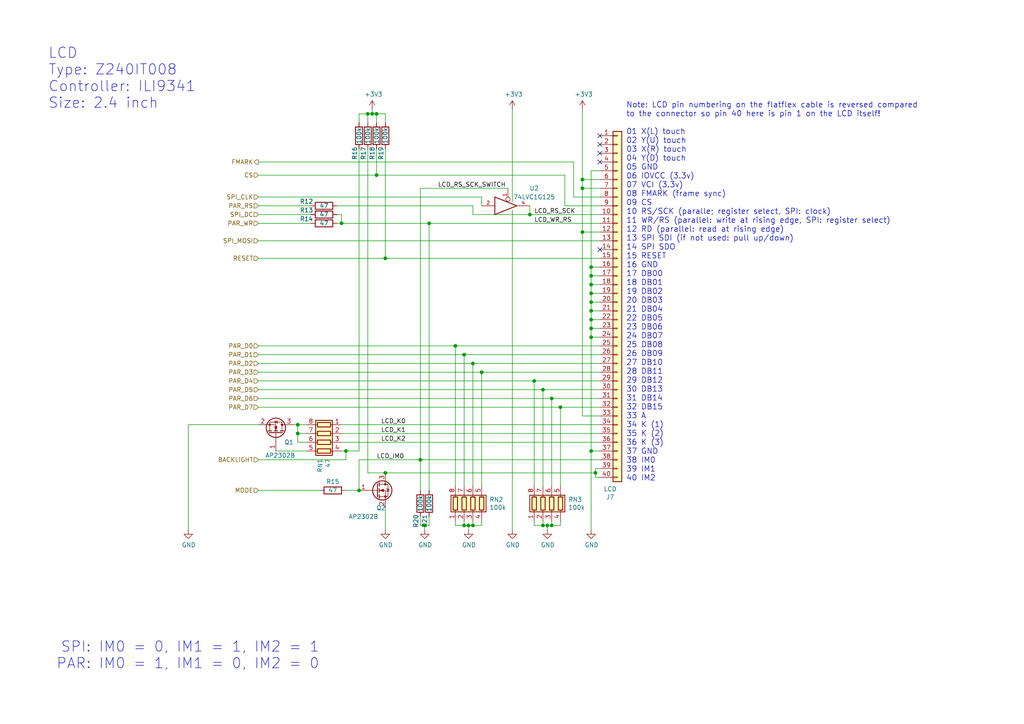
<source format=kicad_sch>
(kicad_sch (version 20211123) (generator eeschema)
  (paper "A4")
  (title_block (title "MCH2022 badge - LCD") (date "2022-03-11") (rev "4") (company "BADGE.TEAM"))
  (lib_symbols
    (symbol "mch2021-rescue:+3.3V-power" (power) (pin_names (offset 0))
      (property "Value" "+3.3V-power" (at 0 3.556 0))
      (symbol "+3.3V-power_0_1"
        (polyline (pts (xy -0.762 1.27) (xy 0 2.54)))
        (polyline (pts (xy 0 0) (xy 0 2.54)))
        (polyline (pts (xy 0 2.54) (xy 0.762 1.27)))
      )
      (symbol "+3.3V-power_1_1"
        (pin power_in line (at 0 0 90) (length 0) hide (name "+3V3") (number "1"))
      )
    )
    (symbol "mch2021-rescue:74LVC1G125-74xGxx" (pin_names (offset 1.016))
      (property "Reference" "U" (at -2.54 3.81 0))
      (property "Value" "74LVC1G125-74xGxx" (at 0 -3.81 0))
      (symbol "74LVC1G125-74xGxx_0_1"
        (polyline (pts (xy -3.81 2.54) (xy -3.81 -2.54) (xy 2.54 0) (xy -3.81 2.54)) (stroke (width 0.254)))
      )
      (symbol "74LVC1G125-74xGxx_1_1"
        (pin input inverted (at 0 5.08 270) (length 3.81) (name "~") (number "1"))
        (pin input line (at -7.62 0 0) (length 3.81) (name "~") (number "2"))
        (pin power_in line (at 1.27 -1.27 270) (length 0) hide (name "GND") (number "3"))
        (pin tri_state line (at 6.35 0 180) (length 3.81) (name "~") (number "4"))
        (pin power_in line (at 1.27 1.27 90) (length 0) hide (name "VCC") (number "5"))
      )
    )
    (symbol "mch2021-rescue:Conn_01x40-Connector_Generic" (pin_names (offset 1.016) hide)
      (property "Reference" "J" (at 0 50.8 0))
      (property "Value" "Conn_01x40-Connector_Generic" (at 0 -53.34 0))
      (symbol "Conn_01x40-Connector_Generic_1_1"
        (rectangle (start -1.27 -50.673) (end 0 -50.927) (stroke (width 0.1524)))
        (rectangle (start -1.27 -48.133) (end 0 -48.387) (stroke (width 0.1524)))
        (rectangle (start -1.27 -45.593) (end 0 -45.847) (stroke (width 0.1524)))
        (rectangle (start -1.27 -43.053) (end 0 -43.307) (stroke (width 0.1524)))
        (rectangle (start -1.27 -40.513) (end 0 -40.767) (stroke (width 0.1524)))
        (rectangle (start -1.27 -37.973) (end 0 -38.227) (stroke (width 0.1524)))
        (rectangle (start -1.27 -35.433) (end 0 -35.687) (stroke (width 0.1524)))
        (rectangle (start -1.27 -32.893) (end 0 -33.147) (stroke (width 0.1524)))
        (rectangle (start -1.27 -30.353) (end 0 -30.607) (stroke (width 0.1524)))
        (rectangle (start -1.27 -27.813) (end 0 -28.067) (stroke (width 0.1524)))
        (rectangle (start -1.27 -25.273) (end 0 -25.527) (stroke (width 0.1524)))
        (rectangle (start -1.27 -22.733) (end 0 -22.987) (stroke (width 0.1524)))
        (rectangle (start -1.27 -20.193) (end 0 -20.447) (stroke (width 0.1524)))
        (rectangle (start -1.27 -17.653) (end 0 -17.907) (stroke (width 0.1524)))
        (rectangle (start -1.27 -15.113) (end 0 -15.367) (stroke (width 0.1524)))
        (rectangle (start -1.27 -12.573) (end 0 -12.827) (stroke (width 0.1524)))
        (rectangle (start -1.27 -10.033) (end 0 -10.287) (stroke (width 0.1524)))
        (rectangle (start -1.27 -7.493) (end 0 -7.747) (stroke (width 0.1524)))
        (rectangle (start -1.27 -4.953) (end 0 -5.207) (stroke (width 0.1524)))
        (rectangle (start -1.27 -2.413) (end 0 -2.667) (stroke (width 0.1524)))
        (rectangle (start -1.27 0.127) (end 0 -0.127) (stroke (width 0.1524)))
        (rectangle (start -1.27 2.667) (end 0 2.413) (stroke (width 0.1524)))
        (rectangle (start -1.27 5.207) (end 0 4.953) (stroke (width 0.1524)))
        (rectangle (start -1.27 7.747) (end 0 7.493) (stroke (width 0.1524)))
        (rectangle (start -1.27 10.287) (end 0 10.033) (stroke (width 0.1524)))
        (rectangle (start -1.27 12.827) (end 0 12.573) (stroke (width 0.1524)))
        (rectangle (start -1.27 15.367) (end 0 15.113) (stroke (width 0.1524)))
        (rectangle (start -1.27 17.907) (end 0 17.653) (stroke (width 0.1524)))
        (rectangle (start -1.27 20.447) (end 0 20.193) (stroke (width 0.1524)))
        (rectangle (start -1.27 22.987) (end 0 22.733) (stroke (width 0.1524)))
        (rectangle (start -1.27 25.527) (end 0 25.273) (stroke (width 0.1524)))
        (rectangle (start -1.27 28.067) (end 0 27.813) (stroke (width 0.1524)))
        (rectangle (start -1.27 30.607) (end 0 30.353) (stroke (width 0.1524)))
        (rectangle (start -1.27 33.147) (end 0 32.893) (stroke (width 0.1524)))
        (rectangle (start -1.27 35.687) (end 0 35.433) (stroke (width 0.1524)))
        (rectangle (start -1.27 38.227) (end 0 37.973) (stroke (width 0.1524)))
        (rectangle (start -1.27 40.767) (end 0 40.513) (stroke (width 0.1524)))
        (rectangle (start -1.27 43.307) (end 0 43.053) (stroke (width 0.1524)))
        (rectangle (start -1.27 45.847) (end 0 45.593) (stroke (width 0.1524)))
        (rectangle (start -1.27 48.387) (end 0 48.133) (stroke (width 0.1524)))
        (rectangle (start -1.27 49.53) (end 1.27 -52.07) (stroke (width 0.254)) (fill (type background)))
        (pin passive line (at -5.08 48.26 0) (length 3.81) (name "Pin_1") (number "1"))
        (pin passive line (at -5.08 25.4 0) (length 3.81) (name "Pin_10") (number "10"))
        (pin passive line (at -5.08 22.86 0) (length 3.81) (name "Pin_11") (number "11"))
        (pin passive line (at -5.08 20.32 0) (length 3.81) (name "Pin_12") (number "12"))
        (pin passive line (at -5.08 17.78 0) (length 3.81) (name "Pin_13") (number "13"))
        (pin passive line (at -5.08 15.24 0) (length 3.81) (name "Pin_14") (number "14"))
        (pin passive line (at -5.08 12.7 0) (length 3.81) (name "Pin_15") (number "15"))
        (pin passive line (at -5.08 10.16 0) (length 3.81) (name "Pin_16") (number "16"))
        (pin passive line (at -5.08 7.62 0) (length 3.81) (name "Pin_17") (number "17"))
        (pin passive line (at -5.08 5.08 0) (length 3.81) (name "Pin_18") (number "18"))
        (pin passive line (at -5.08 2.54 0) (length 3.81) (name "Pin_19") (number "19"))
        (pin passive line (at -5.08 45.72 0) (length 3.81) (name "Pin_2") (number "2"))
        (pin passive line (at -5.08 0 0) (length 3.81) (name "Pin_20") (number "20"))
        (pin passive line (at -5.08 -2.54 0) (length 3.81) (name "Pin_21") (number "21"))
        (pin passive line (at -5.08 -5.08 0) (length 3.81) (name "Pin_22") (number "22"))
        (pin passive line (at -5.08 -7.62 0) (length 3.81) (name "Pin_23") (number "23"))
        (pin passive line (at -5.08 -10.16 0) (length 3.81) (name "Pin_24") (number "24"))
        (pin passive line (at -5.08 -12.7 0) (length 3.81) (name "Pin_25") (number "25"))
        (pin passive line (at -5.08 -15.24 0) (length 3.81) (name "Pin_26") (number "26"))
        (pin passive line (at -5.08 -17.78 0) (length 3.81) (name "Pin_27") (number "27"))
        (pin passive line (at -5.08 -20.32 0) (length 3.81) (name "Pin_28") (number "28"))
        (pin passive line (at -5.08 -22.86 0) (length 3.81) (name "Pin_29") (number "29"))
        (pin passive line (at -5.08 43.18 0) (length 3.81) (name "Pin_3") (number "3"))
        (pin passive line (at -5.08 -25.4 0) (length 3.81) (name "Pin_30") (number "30"))
        (pin passive line (at -5.08 -27.94 0) (length 3.81) (name "Pin_31") (number "31"))
        (pin passive line (at -5.08 -30.48 0) (length 3.81) (name "Pin_32") (number "32"))
        (pin passive line (at -5.08 -33.02 0) (length 3.81) (name "Pin_33") (number "33"))
        (pin passive line (at -5.08 -35.56 0) (length 3.81) (name "Pin_34") (number "34"))
        (pin passive line (at -5.08 -38.1 0) (length 3.81) (name "Pin_35") (number "35"))
        (pin passive line (at -5.08 -40.64 0) (length 3.81) (name "Pin_36") (number "36"))
        (pin passive line (at -5.08 -43.18 0) (length 3.81) (name "Pin_37") (number "37"))
        (pin passive line (at -5.08 -45.72 0) (length 3.81) (name "Pin_38") (number "38"))
        (pin passive line (at -5.08 -48.26 0) (length 3.81) (name "Pin_39") (number "39"))
        (pin passive line (at -5.08 40.64 0) (length 3.81) (name "Pin_4") (number "4"))
        (pin passive line (at -5.08 -50.8 0) (length 3.81) (name "Pin_40") (number "40"))
        (pin passive line (at -5.08 38.1 0) (length 3.81) (name "Pin_5") (number "5"))
        (pin passive line (at -5.08 35.56 0) (length 3.81) (name "Pin_6") (number "6"))
        (pin passive line (at -5.08 33.02 0) (length 3.81) (name "Pin_7") (number "7"))
        (pin passive line (at -5.08 30.48 0) (length 3.81) (name "Pin_8") (number "8"))
        (pin passive line (at -5.08 27.94 0) (length 3.81) (name "Pin_9") (number "9"))
      )
    )
    (symbol "mch2021-rescue:GND-power" (power) (pin_names (offset 0))
      (property "Value" "GND-power" (at 0 -3.81 0))
      (symbol "GND-power_0_1"
        (polyline (pts (xy 0 0) (xy 0 -1.27) (xy 1.27 -1.27) (xy 0 -2.54) (xy -1.27 -1.27) (xy 0 -1.27)))
      )
      (symbol "GND-power_1_1"
        (pin power_in line (at 0 0 270) (length 0) hide (name "GND") (number "1"))
      )
    )
    (symbol "mch2021-rescue:Q_NMOS_GSD-Device" (pin_names (offset 0) hide)
      (property "Reference" "Q" (at 5.08 1.27 0))
      (property "Value" "Q_NMOS_GSD-Device" (at 5.08 -1.27 0))
      (symbol "Q_NMOS_GSD-Device_0_1"
        (polyline (pts (xy 0.254 0) (xy -2.54 0)))
        (polyline (pts (xy 0.254 1.905) (xy 0.254 -1.905)) (stroke (width 0.254)))
        (polyline (pts (xy 0.762 -1.27) (xy 0.762 -2.286)) (stroke (width 0.254)))
        (polyline (pts (xy 0.762 0.508) (xy 0.762 -0.508)) (stroke (width 0.254)))
        (polyline (pts (xy 0.762 2.286) (xy 0.762 1.27)) (stroke (width 0.254)))
        (polyline (pts (xy 2.54 2.54) (xy 2.54 1.778)))
        (polyline (pts (xy 2.54 -2.54) (xy 2.54 0) (xy 0.762 0)))
        (polyline (pts (xy 0.762 -1.778) (xy 3.302 -1.778) (xy 3.302 1.778) (xy 0.762 1.778)))
        (polyline (pts (xy 1.016 0) (xy 2.032 0.381) (xy 2.032 -0.381) (xy 1.016 0)) (fill (type outline)))
        (polyline (pts (xy 2.794 0.508) (xy 2.921 0.381) (xy 3.683 0.381) (xy 3.81 0.254)))
        (polyline (pts (xy 3.302 0.381) (xy 2.921 -0.254) (xy 3.683 -0.254) (xy 3.302 0.381)))
        (circle (center 1.651 0) (radius 2.794) (stroke (width 0.254)))
        (circle (center 2.54 -1.778) (radius 0.254) (fill (type outline)))
        (circle (center 2.54 1.778) (radius 0.254) (fill (type outline)))
      )
      (symbol "Q_NMOS_GSD-Device_1_1"
        (pin input line (at -5.08 0 0) (length 2.54) (name "G") (number "1"))
        (pin passive line (at 2.54 -5.08 90) (length 2.54) (name "S") (number "2"))
        (pin passive line (at 2.54 5.08 270) (length 2.54) (name "D") (number "3"))
      )
    )
    (symbol "mch2021-rescue:R-Device" (pin_numbers hide) (pin_names (offset 0))
      (property "Reference" "R" (at 2.032 0 90))
      (property "Value" "R-Device" (at 0 0 90))
      (symbol "R-Device_0_1"
        (rectangle (start -1.016 -2.54) (end 1.016 2.54) (stroke (width 0.254)))
      )
      (symbol "R-Device_1_1"
        (pin passive line (at 0 3.81 270) (length 1.27) (name "~") (number "1"))
        (pin passive line (at 0 -3.81 90) (length 1.27) (name "~") (number "2"))
      )
    )
    (symbol "mch2021-rescue:R_Pack04-Device" (pin_names (offset 0) hide)
      (property "Reference" "RN" (at -7.62 0 90))
      (property "Value" "R_Pack04-Device" (at 5.08 0 90))
      (symbol "R_Pack04-Device_0_1"
        (rectangle (start -6.35 -2.413) (end 3.81 2.413) (stroke (width 0.254)) (fill (type background)))
        (rectangle (start -5.715 1.905) (end -4.445 -1.905) (stroke (width 0.254)))
        (rectangle (start -3.175 1.905) (end -1.905 -1.905) (stroke (width 0.254)))
        (rectangle (start -0.635 1.905) (end 0.635 -1.905) (stroke (width 0.254)))
        (polyline (pts (xy -5.08 -2.54) (xy -5.08 -1.905)))
        (polyline (pts (xy -5.08 1.905) (xy -5.08 2.54)))
        (polyline (pts (xy -2.54 -2.54) (xy -2.54 -1.905)))
        (polyline (pts (xy -2.54 1.905) (xy -2.54 2.54)))
        (polyline (pts (xy 0 -2.54) (xy 0 -1.905)))
        (polyline (pts (xy 0 1.905) (xy 0 2.54)))
        (polyline (pts (xy 2.54 -2.54) (xy 2.54 -1.905)))
        (polyline (pts (xy 2.54 1.905) (xy 2.54 2.54)))
        (rectangle (start 1.905 1.905) (end 3.175 -1.905) (stroke (width 0.254)))
      )
      (symbol "R_Pack04-Device_1_1"
        (pin passive line (at -5.08 -5.08 90) (length 2.54) (name "R1.1") (number "1"))
        (pin passive line (at -2.54 -5.08 90) (length 2.54) (name "R2.1") (number "2"))
        (pin passive line (at 0 -5.08 90) (length 2.54) (name "R3.1") (number "3"))
        (pin passive line (at 2.54 -5.08 90) (length 2.54) (name "R4.1") (number "4"))
        (pin passive line (at 2.54 5.08 270) (length 2.54) (name "R4.2") (number "5"))
        (pin passive line (at 0 5.08 270) (length 2.54) (name "R3.2") (number "6"))
        (pin passive line (at -2.54 5.08 270) (length 2.54) (name "R2.2") (number "7"))
        (pin passive line (at -5.08 5.08 270) (length 2.54) (name "R1.2") (number "8"))
      )
    )
  )
  (junction (at 137.16 152.4))
  (junction (at 106.68 33.02))
  (junction (at 171.45 80.01))
  (junction (at 171.45 90.17))
  (junction (at 157.48 113.03))
  (junction (at 160.02 115.57))
  (junction (at 171.45 82.55))
  (junction (at 124.46 64.77))
  (junction (at 134.62 102.87))
  (junction (at 109.22 33.02))
  (junction (at 172.72 137.16))
  (junction (at 153.67 62.23))
  (junction (at 162.56 118.11))
  (junction (at 154.94 110.49))
  (junction (at 171.45 85.09))
  (junction (at 171.45 77.47))
  (junction (at 100.33 130.81))
  (junction (at 99.06 64.77))
  (junction (at 132.08 100.33))
  (junction (at 111.76 137.16))
  (junction (at 86.36 123.19))
  (junction (at 158.75 152.4))
  (junction (at 107.95 33.02))
  (junction (at 139.7 107.95))
  (junction (at 135.89 152.4))
  (junction (at 137.16 105.41))
  (junction (at 171.45 97.79))
  (junction (at 171.45 130.81))
  (junction (at 109.22 50.8))
  (junction (at 134.62 152.4))
  (junction (at 168.91 67.31))
  (junction (at 86.36 125.73))
  (junction (at 171.45 87.63))
  (junction (at 121.92 133.35))
  (junction (at 168.91 54.61))
  (junction (at 123.19 152.4))
  (junction (at 171.45 92.71))
  (junction (at 171.45 95.25))
  (junction (at 160.02 152.4))
  (junction (at 157.48 152.4))
  (junction (at 104.14 142.24))
  (junction (at 168.91 52.07))
  (junction (at 111.76 74.93))
  (no_connect (at 173.99 44.45))
  (no_connect (at 173.99 72.39))
  (no_connect (at 173.99 46.99))
  (no_connect (at 173.99 39.37))
  (no_connect (at 173.99 41.91))
  (wire (pts (xy 168.91 31.75) (xy 168.91 52.07)))
  (wire (pts (xy 99.06 123.19) (xy 173.99 123.19)))
  (wire (pts (xy 173.99 82.55) (xy 171.45 82.55)))
  (wire (pts (xy 154.94 110.49) (xy 173.99 110.49)))
  (wire (pts (xy 86.36 125.73) (xy 88.9 125.73)))
  (wire (pts (xy 86.36 128.27) (xy 88.9 128.27)))
  (wire (pts (xy 74.93 102.87) (xy 134.62 102.87)))
  (wire (pts (xy 163.83 50.8) (xy 163.83 59.69)))
  (wire (pts (xy 134.62 140.97) (xy 134.62 102.87)))
  (wire (pts (xy 107.95 33.02) (xy 107.95 31.75)))
  (wire (pts (xy 121.92 149.86) (xy 121.92 152.4)))
  (wire (pts (xy 74.93 107.95) (xy 139.7 107.95)))
  (wire (pts (xy 173.99 95.25) (xy 171.45 95.25)))
  (wire (pts (xy 166.37 46.99) (xy 166.37 57.15)))
  (wire (pts (xy 104.14 133.35) (xy 104.14 142.24)))
  (wire (pts (xy 74.93 115.57) (xy 160.02 115.57)))
  (wire (pts (xy 173.99 92.71) (xy 171.45 92.71)))
  (wire (pts (xy 74.93 57.15) (xy 139.7 57.15)))
  (wire (pts (xy 121.92 133.35) (xy 121.92 142.24)))
  (wire (pts (xy 173.99 120.65) (xy 168.91 120.65)))
  (wire (pts (xy 111.76 147.32) (xy 111.76 153.67)))
  (wire (pts (xy 54.61 123.19) (xy 54.61 153.67)))
  (wire (pts (xy 157.48 152.4) (xy 157.48 151.13)))
  (wire (pts (xy 74.93 50.8) (xy 109.22 50.8)))
  (wire (pts (xy 106.68 33.02) (xy 104.14 33.02)))
  (wire (pts (xy 171.45 85.09) (xy 171.45 82.55)))
  (wire (pts (xy 173.99 77.47) (xy 171.45 77.47)))
  (wire (pts (xy 74.93 46.99) (xy 166.37 46.99)))
  (wire (pts (xy 173.99 100.33) (xy 132.08 100.33)))
  (wire (pts (xy 154.94 140.97) (xy 154.94 110.49)))
  (wire (pts (xy 137.16 152.4) (xy 135.89 152.4)))
  (wire (pts (xy 74.93 142.24) (xy 92.71 142.24)))
  (wire (pts (xy 168.91 54.61) (xy 168.91 67.31)))
  (wire (pts (xy 173.99 90.17) (xy 171.45 90.17)))
  (wire (pts (xy 132.08 152.4) (xy 132.08 151.13)))
  (wire (pts (xy 160.02 115.57) (xy 173.99 115.57)))
  (wire (pts (xy 99.06 64.77) (xy 124.46 64.77)))
  (wire (pts (xy 106.68 33.02) (xy 106.68 35.56)))
  (wire (pts (xy 85.09 123.19) (xy 86.36 123.19)))
  (wire (pts (xy 74.93 113.03) (xy 157.48 113.03)))
  (wire (pts (xy 135.89 152.4) (xy 134.62 152.4)))
  (wire (pts (xy 173.99 80.01) (xy 171.45 80.01)))
  (wire (pts (xy 157.48 152.4) (xy 154.94 152.4)))
  (wire (pts (xy 111.76 137.16) (xy 172.72 137.16)))
  (wire (pts (xy 171.45 87.63) (xy 171.45 85.09)))
  (wire (pts (xy 121.92 152.4) (xy 123.19 152.4)))
  (wire (pts (xy 157.48 113.03) (xy 157.48 140.97)))
  (wire (pts (xy 106.68 137.16) (xy 111.76 137.16)))
  (wire (pts (xy 135.89 152.4) (xy 135.89 153.67)))
  (wire (pts (xy 86.36 125.73) (xy 86.36 128.27)))
  (wire (pts (xy 173.99 97.79) (xy 171.45 97.79)))
  (wire (pts (xy 162.56 118.11) (xy 162.56 140.97)))
  (wire (pts (xy 132.08 100.33) (xy 132.08 140.97)))
  (wire (pts (xy 111.76 74.93) (xy 173.99 74.93)))
  (wire (pts (xy 97.79 62.23) (xy 99.06 62.23)))
  (wire (pts (xy 173.99 85.09) (xy 171.45 85.09)))
  (wire (pts (xy 121.92 54.61) (xy 147.32 54.61)))
  (wire (pts (xy 173.99 130.81) (xy 171.45 130.81)))
  (wire (pts (xy 137.16 62.23) (xy 153.67 62.23)))
  (wire (pts (xy 123.19 152.4) (xy 124.46 152.4)))
  (wire (pts (xy 134.62 152.4) (xy 132.08 152.4)))
  (wire (pts (xy 137.16 59.69) (xy 137.16 62.23)))
  (wire (pts (xy 173.99 113.03) (xy 157.48 113.03)))
  (wire (pts (xy 99.06 125.73) (xy 173.99 125.73)))
  (wire (pts (xy 111.76 33.02) (xy 111.76 35.56)))
  (wire (pts (xy 111.76 33.02) (xy 109.22 33.02)))
  (wire (pts (xy 106.68 33.02) (xy 107.95 33.02)))
  (wire (pts (xy 99.06 62.23) (xy 99.06 64.77)))
  (wire (pts (xy 171.45 97.79) (xy 171.45 130.81)))
  (wire (pts (xy 173.99 135.89) (xy 172.72 135.89)))
  (wire (pts (xy 80.01 130.81) (xy 88.9 130.81)))
  (wire (pts (xy 171.45 49.53) (xy 173.99 49.53)))
  (wire (pts (xy 139.7 151.13) (xy 139.7 152.4)))
  (wire (pts (xy 173.99 54.61) (xy 168.91 54.61)))
  (wire (pts (xy 109.22 33.02) (xy 107.95 33.02)))
  (wire (pts (xy 100.33 133.35) (xy 74.93 133.35)))
  (wire (pts (xy 139.7 59.69) (xy 139.7 57.15)))
  (wire (pts (xy 137.16 105.41) (xy 173.99 105.41)))
  (wire (pts (xy 168.91 54.61) (xy 168.91 52.07)))
  (wire (pts (xy 171.45 95.25) (xy 171.45 92.71)))
  (wire (pts (xy 111.76 43.18) (xy 111.76 74.93)))
  (wire (pts (xy 148.59 31.75) (xy 148.59 58.42)))
  (wire (pts (xy 171.45 90.17) (xy 171.45 87.63)))
  (wire (pts (xy 171.45 82.55) (xy 171.45 80.01)))
  (wire (pts (xy 134.62 102.87) (xy 173.99 102.87)))
  (wire (pts (xy 86.36 123.19) (xy 88.9 123.19)))
  (wire (pts (xy 104.14 33.02) (xy 104.14 35.56)))
  (wire (pts (xy 171.45 130.81) (xy 171.45 153.67)))
  (wire (pts (xy 173.99 87.63) (xy 171.45 87.63)))
  (wire (pts (xy 158.75 152.4) (xy 158.75 153.67)))
  (wire (pts (xy 100.33 130.81) (xy 99.06 130.81)))
  (wire (pts (xy 74.93 123.19) (xy 54.61 123.19)))
  (wire (pts (xy 171.45 80.01) (xy 171.45 77.47)))
  (wire (pts (xy 171.45 97.79) (xy 171.45 95.25)))
  (wire (pts (xy 139.7 152.4) (xy 137.16 152.4)))
  (wire (pts (xy 97.79 59.69) (xy 137.16 59.69)))
  (wire (pts (xy 99.06 128.27) (xy 173.99 128.27)))
  (wire (pts (xy 171.45 77.47) (xy 171.45 49.53)))
  (wire (pts (xy 158.75 152.4) (xy 157.48 152.4)))
  (wire (pts (xy 172.72 135.89) (xy 172.72 137.16)))
  (wire (pts (xy 74.93 59.69) (xy 90.17 59.69)))
  (wire (pts (xy 74.93 110.49) (xy 154.94 110.49)))
  (wire (pts (xy 123.19 153.67) (xy 123.19 152.4)))
  (wire (pts (xy 162.56 151.13) (xy 162.56 152.4)))
  (wire (pts (xy 137.16 151.13) (xy 137.16 152.4)))
  (wire (pts (xy 139.7 107.95) (xy 139.7 140.97)))
  (wire (pts (xy 153.67 62.23) (xy 173.99 62.23)))
  (wire (pts (xy 74.93 105.41) (xy 137.16 105.41)))
  (wire (pts (xy 74.93 62.23) (xy 90.17 62.23)))
  (wire (pts (xy 172.72 137.16) (xy 172.72 138.43)))
  (wire (pts (xy 121.92 133.35) (xy 173.99 133.35)))
  (wire (pts (xy 104.14 43.18) (xy 104.14 130.81)))
  (wire (pts (xy 106.68 43.18) (xy 106.68 137.16)))
  (wire (pts (xy 163.83 59.69) (xy 173.99 59.69)))
  (wire (pts (xy 153.67 59.69) (xy 153.67 62.23)))
  (wire (pts (xy 172.72 138.43) (xy 173.99 138.43)))
  (wire (pts (xy 160.02 140.97) (xy 160.02 115.57)))
  (wire (pts (xy 74.93 74.93) (xy 111.76 74.93)))
  (wire (pts (xy 168.91 52.07) (xy 173.99 52.07)))
  (wire (pts (xy 97.79 64.77) (xy 99.06 64.77)))
  (wire (pts (xy 124.46 64.77) (xy 173.99 64.77)))
  (wire (pts (xy 74.93 100.33) (xy 132.08 100.33)))
  (wire (pts (xy 74.93 69.85) (xy 173.99 69.85)))
  (wire (pts (xy 168.91 120.65) (xy 168.91 67.31)))
  (wire (pts (xy 74.93 118.11) (xy 162.56 118.11)))
  (wire (pts (xy 124.46 64.77) (xy 124.46 142.24)))
  (wire (pts (xy 171.45 92.71) (xy 171.45 90.17)))
  (wire (pts (xy 168.91 67.31) (xy 173.99 67.31)))
  (wire (pts (xy 104.14 142.24) (xy 100.33 142.24)))
  (wire (pts (xy 137.16 140.97) (xy 137.16 105.41)))
  (wire (pts (xy 160.02 152.4) (xy 158.75 152.4)))
  (wire (pts (xy 162.56 152.4) (xy 160.02 152.4)))
  (wire (pts (xy 86.36 123.19) (xy 86.36 125.73)))
  (wire (pts (xy 124.46 149.86) (xy 124.46 152.4)))
  (wire (pts (xy 154.94 152.4) (xy 154.94 151.13)))
  (wire (pts (xy 134.62 152.4) (xy 134.62 151.13)))
  (wire (pts (xy 104.14 130.81) (xy 100.33 130.81)))
  (wire (pts (xy 104.14 133.35) (xy 121.92 133.35)))
  (wire (pts (xy 109.22 43.18) (xy 109.22 50.8)))
  (wire (pts (xy 160.02 151.13) (xy 160.02 152.4)))
  (wire (pts (xy 109.22 33.02) (xy 109.22 35.56)))
  (wire (pts (xy 166.37 57.15) (xy 173.99 57.15)))
  (wire (pts (xy 121.92 133.35) (xy 121.92 54.61)))
  (wire (pts (xy 109.22 50.8) (xy 163.83 50.8)))
  (wire (pts (xy 173.99 107.95) (xy 139.7 107.95)))
  (wire (pts (xy 148.59 60.96) (xy 148.59 153.67)))
  (wire (pts (xy 74.93 64.77) (xy 90.17 64.77)))
  (wire (pts (xy 100.33 130.81) (xy 100.33 133.35)))
  (wire (pts (xy 162.56 118.11) (xy 173.99 118.11)))
  (text "SPI: IM0 = 0, IM1 = 1, IM2 = 1\nPAR: IM0 = 1, IM1 = 0, IM2 = 0" (at 92.71 194.31 0) (effects (font (size 2.9972 2.9972)) (justify right bottom)))
  (text "Note: LCD pin numbering on the flatflex cable is reversed compared\nto the connector so pin 40 here is pin 1 on the LCD itself!\n\n01 X(L) touch\n02 Y(U) touch\n03 X(R) touch\n04 Y(D) touch\n05 GND\n06 IOVCC (3.3v)\n07 VCI (3.3v)\n08 FMARK (frame sync)\n09 CS\n10 RS/SCK (paralle; register select, SPI: clock)\n11 WR/RS (parallel: write at rising edge, SPI: register select)\n12 RD (parallel: read at rising edge)\n13 SPI SDI (if not used: pull up/down)\n14 SPI SDO\n15 RESET\n16 GND\n17 DB00\n18 DB01\n19 DB02\n20 DB03\n21 DB04\n22 DB05\n23 DB06\n24 DB07\n25 DB08\n26 DB09\n27 DB10\n28 DB11\n29 DB12\n30 DB13\n31 DB14\n32 DB15\n33 A\n34 K (1)\n35 K (2)\n36 K (3)\n37 GND\n38 IM0\n39 IM1\n40 IM2" (at 181.61 139.7 0) (effects (font (size 1.6002 1.6002)) (justify left bottom)))
  (text "LCD\nType: Z240IT008\nController: ILI9341\nSize: 2.4 inch" (at 13.97 31.75 0) (effects (font (size 2.9972 2.9972)) (justify left bottom)))
  (label "LCD_RS_SCK" (at 154.94 62.23 0))
  (label "LCD_IM0" (at 109.22 133.35 0))
  (label "LCD_K2" (at 110.49 128.27 0))
  (label "LCD_K0" (at 110.49 123.19 0))
  (label "LCD_RS_SCK_SWITCH" (at 127 54.61 0))
  (label "LCD_WR_RS" (at 154.94 64.77 0))
  (label "LCD_K1" (at 110.49 125.73 0))
  (hierarchical_label "PAR_RS" (shape input) (at 74.93 59.69 180))
  (hierarchical_label "MODE" (shape input) (at 74.93 142.24 180))
  (hierarchical_label "PAR_D5" (shape input) (at 74.93 113.03 180))
  (hierarchical_label "SPI_DC" (shape input) (at 74.93 62.23 180))
  (hierarchical_label "CS" (shape input) (at 74.93 50.8 180))
  (hierarchical_label "PAR_D1" (shape input) (at 74.93 102.87 180))
  (hierarchical_label "PAR_D2" (shape input) (at 74.93 105.41 180))
  (hierarchical_label "SPI_CLK" (shape input) (at 74.93 57.15 180))
  (hierarchical_label "RESET" (shape input) (at 74.93 74.93 180))
  (hierarchical_label "FMARK" (shape output) (at 74.93 46.99 180))
  (hierarchical_label "PAR_D0" (shape input) (at 74.93 100.33 180))
  (hierarchical_label "PAR_D4" (shape input) (at 74.93 110.49 180))
  (hierarchical_label "PAR_D3" (shape input) (at 74.93 107.95 180))
  (hierarchical_label "PAR_D7" (shape input) (at 74.93 118.11 180))
  (hierarchical_label "PAR_D6" (shape input) (at 74.93 115.57 180))
  (hierarchical_label "PAR_WR" (shape input) (at 74.93 64.77 180))
  (hierarchical_label "SPI_MOSI" (shape input) (at 74.93 69.85 180))
  (hierarchical_label "BACKLIGHT" (shape input) (at 74.93 133.35 180))
  (symbol (lib_id "mch2021-rescue:R-Device") (at 111.76 39.37 0) (unit 1)
    (property "Reference" "R19" (at 110.49 44.45 90))
    (property "Value" "100k" (at 111.76 39.37 90))
    (property "Footprint" "Resistor_SMD:R_0402_1005Metric" (effects hide))
    (property "Datasheet" "https://datasheet.lcsc.com/lcsc/2110260030_UNI-ROYAL-Uniroyal-Elec-0402WGF1003TCE_C25741.pdf" (effects hide))
    (property "LCSC" "C25741" (effects hide))
    (property "Mouser" "-" (effects hide))
    (property "Sponsored" "N" (effects hide))
    (property "MANUFACTURER" "FH" (effects hide))
    (property "MPN" "0402WGF1003TCE" (effects hide))
    (property "Category" "Resistors" (effects hide))
    (property "Buy early" "Y" (effects hide))
    (property "Description" "Generic part" (effects hide))
    (property "Manufacturer" "Uni-royal" (effects hide))
  )
  (symbol (lib_id "mch2021-rescue:R-Device") (at 109.22 39.37 0) (unit 1)
    (property "Reference" "R18" (at 107.95 44.45 90))
    (property "Value" "100k" (at 109.22 39.37 90))
    (property "Footprint" "Resistor_SMD:R_0402_1005Metric" (effects hide))
    (property "Datasheet" "https://datasheet.lcsc.com/lcsc/2110260030_UNI-ROYAL-Uniroyal-Elec-0402WGF1003TCE_C25741.pdf" (effects hide))
    (property "LCSC" "C25741" (effects hide))
    (property "Mouser" "-" (effects hide))
    (property "Sponsored" "N" (effects hide))
    (property "MANUFACTURER" "FH" (effects hide))
    (property "MPN" "0402WGF1003TCE" (effects hide))
    (property "Category" "Resistors" (effects hide))
    (property "Buy early" "Y" (effects hide))
    (property "Description" "Generic part" (effects hide))
    (property "Manufacturer" "Uni-royal" (effects hide))
  )
  (symbol (lib_id "mch2021-rescue:R-Device") (at 106.68 39.37 0) (unit 1)
    (property "Reference" "R17" (at 105.41 44.45 90))
    (property "Value" "100k" (at 106.68 39.37 90))
    (property "Footprint" "Resistor_SMD:R_0402_1005Metric" (effects hide))
    (property "Datasheet" "https://datasheet.lcsc.com/lcsc/2110260030_UNI-ROYAL-Uniroyal-Elec-0402WGF1003TCE_C25741.pdf" (effects hide))
    (property "LCSC" "C25741" (effects hide))
    (property "Mouser" "-" (effects hide))
    (property "Sponsored" "N" (effects hide))
    (property "MANUFACTURER" "FH" (effects hide))
    (property "MPN" "0402WGF1003TCE" (effects hide))
    (property "Category" "Resistors" (effects hide))
    (property "Buy early" "Y" (effects hide))
    (property "Description" "Generic part" (effects hide))
    (property "Manufacturer" "Uni-royal" (effects hide))
  )
  (symbol (lib_id "mch2021-rescue:R-Device") (at 104.14 39.37 0) (unit 1)
    (property "Reference" "R16" (at 102.87 44.45 90))
    (property "Value" "100k" (at 104.14 39.37 90))
    (property "Footprint" "Resistor_SMD:R_0402_1005Metric" (effects hide))
    (property "Datasheet" "https://datasheet.lcsc.com/lcsc/2110260030_UNI-ROYAL-Uniroyal-Elec-0402WGF1003TCE_C25741.pdf" (effects hide))
    (property "LCSC" "C25741" (effects hide))
    (property "Mouser" "-" (effects hide))
    (property "Sponsored" "N" (effects hide))
    (property "MANUFACTURER" "FH" (effects hide))
    (property "MPN" "0402WGF1003TCE" (effects hide))
    (property "Category" "Resistors" (effects hide))
    (property "Buy early" "Y" (effects hide))
    (property "Description" "Generic part" (effects hide))
    (property "Manufacturer" "Uni-royal" (effects hide))
  )
  (symbol (lib_id "mch2021-rescue:R-Device") (at 93.98 59.69 270) (unit 1)
    (property "Reference" "R12" (at 88.9 58.42 90))
    (property "Value" "47" (at 93.98 59.69 90))
    (property "Footprint" "Resistor_SMD:R_0402_1005Metric" (effects hide))
    (property "Datasheet" "https://datasheet.lcsc.com/lcsc/2110252230_UNI-ROYAL-Uniroyal-Elec-0402WGF470JTCE_C25118.pdf" (effects hide))
    (property "LCSC" "C25118" (effects hide))
    (property "Mouser" "-" (effects hide))
    (property "Sponsored" "N" (effects hide))
    (property "MANUFACTURER" "UNI-ROYAL" (effects hide))
    (property "MPN" "0402WGF470JTCE" (effects hide))
    (property "Category" "Resistors" (effects hide))
    (property "Buy early" "Y" (effects hide))
    (property "Description" "Generic part" (effects hide))
    (property "Manufacturer" "Uni-royal" (effects hide))
  )
  (symbol (lib_id "mch2021-rescue:R-Device") (at 93.98 62.23 270) (unit 1)
    (property "Reference" "R13" (at 88.9 60.96 90))
    (property "Value" "47" (at 93.98 62.23 90))
    (property "Footprint" "Resistor_SMD:R_0402_1005Metric" (effects hide))
    (property "Datasheet" "https://datasheet.lcsc.com/lcsc/2110252230_UNI-ROYAL-Uniroyal-Elec-0402WGF470JTCE_C25118.pdf" (effects hide))
    (property "LCSC" "C25118" (effects hide))
    (property "Mouser" "-" (effects hide))
    (property "Sponsored" "N" (effects hide))
    (property "MANUFACTURER" "UNI-ROYAL" (effects hide))
    (property "MPN" "0402WGF470JTCE" (effects hide))
    (property "Category" "Resistors" (effects hide))
    (property "Buy early" "Y" (effects hide))
    (property "Description" "Generic part" (effects hide))
    (property "Manufacturer" "Uni-royal" (effects hide))
  )
  (symbol (lib_id "mch2021-rescue:R-Device") (at 93.98 64.77 270) (unit 1)
    (property "Reference" "R14" (at 88.9 63.5 90))
    (property "Value" "47" (at 93.98 64.77 90))
    (property "Footprint" "Resistor_SMD:R_0402_1005Metric" (effects hide))
    (property "Datasheet" "https://datasheet.lcsc.com/lcsc/2110252230_UNI-ROYAL-Uniroyal-Elec-0402WGF470JTCE_C25118.pdf" (effects hide))
    (property "LCSC" "C25118" (effects hide))
    (property "Mouser" "-" (effects hide))
    (property "Sponsored" "N" (effects hide))
    (property "MANUFACTURER" "UNI-ROYAL" (effects hide))
    (property "MPN" "0402WGF470JTCE" (effects hide))
    (property "Category" "Resistors" (effects hide))
    (property "Buy early" "Y" (effects hide))
    (property "Description" "Generic part" (effects hide))
    (property "Manufacturer" "Uni-royal" (effects hide))
  )
  (symbol (lib_id "mch2021-rescue:R-Device") (at 96.52 142.24 270) (unit 1)
    (property "Reference" "R15" (at 96.52 139.7 90))
    (property "Value" "47" (at 96.52 142.24 90))
    (property "Footprint" "Resistor_SMD:R_0402_1005Metric" (effects hide))
    (property "Datasheet" "https://datasheet.lcsc.com/lcsc/2110252230_UNI-ROYAL-Uniroyal-Elec-0402WGF470JTCE_C25118.pdf" (effects hide))
    (property "LCSC" "C25118" (effects hide))
    (property "Mouser" "-" (effects hide))
    (property "Sponsored" "N" (effects hide))
    (property "MANUFACTURER" "UNI-ROYAL" (effects hide))
    (property "MPN" "0402WGF470JTCE" (effects hide))
    (property "Category" "Resistors" (effects hide))
    (property "Buy early" "Y" (effects hide))
    (property "Description" "Generic part" (effects hide))
    (property "Manufacturer" "Uni-royal" (effects hide))
  )
  (symbol (lib_id "mch2021-rescue:R-Device") (at 124.46 146.05 180) (unit 1)
    (property "Reference" "R21" (at 123.19 151.13 90))
    (property "Value" "100k" (at 124.46 146.05 90))
    (property "Footprint" "Resistor_SMD:R_0402_1005Metric" (effects hide))
    (property "Datasheet" "https://datasheet.lcsc.com/lcsc/2110260030_UNI-ROYAL-Uniroyal-Elec-0402WGF1003TCE_C25741.pdf" (effects hide))
    (property "LCSC" "C25741" (effects hide))
    (property "Mouser" "-" (effects hide))
    (property "Sponsored" "N" (effects hide))
    (property "MANUFACTURER" "FH" (effects hide))
    (property "MPN" "0402WGF1003TCE" (effects hide))
    (property "Category" "Resistors" (effects hide))
    (property "Buy early" "Y" (effects hide))
    (property "Description" "Generic part" (effects hide))
    (property "Manufacturer" "Uni-royal" (effects hide))
  )
  (symbol (lib_id "mch2021-rescue:R-Device") (at 121.92 146.05 180) (unit 1)
    (property "Reference" "R20" (at 120.65 151.13 90))
    (property "Value" "100k" (at 121.92 146.05 90))
    (property "Footprint" "Resistor_SMD:R_0402_1005Metric" (effects hide))
    (property "Datasheet" "https://datasheet.lcsc.com/lcsc/2110260030_UNI-ROYAL-Uniroyal-Elec-0402WGF1003TCE_C25741.pdf" (effects hide))
    (property "LCSC" "C25741" (effects hide))
    (property "Mouser" "-" (effects hide))
    (property "Sponsored" "N" (effects hide))
    (property "MANUFACTURER" "FH" (effects hide))
    (property "MPN" "0402WGF1003TCE" (effects hide))
    (property "Category" "Resistors" (effects hide))
    (property "Buy early" "Y" (effects hide))
    (property "Description" "Generic part" (effects hide))
    (property "Manufacturer" "Uni-royal" (effects hide))
  )
  (symbol (lib_id "mch2021-rescue:Conn_01x40-Connector_Generic") (at 179.07 87.63 0) (unit 1)
    (property "Reference" "J7" (at 176.9872 144.145 0))
    (property "Value" "LCD" (at 176.9872 141.8336 0))
    (property "Footprint" "Connector_FFC-FPC:Hirose_FH12-40S-0.5SH_1x40-1MP_P0.50mm_Horizontal" (effects hide))
    (property "Datasheet" "https://datasheet.lcsc.com/lcsc/2109221430_XUNPU-FPC-05F-40PH20_C2856812.pdf" (effects hide))
    (property "LCSC" "C2856812" (effects hide))
    (property "Price" "0.757" (effects hide))
    (property "Sponsored" "N" (effects hide))
    (property "MANUFACTURER" "XUNPU" (effects hide))
    (property "MPN" "FPC-05F-40PH20" (effects hide))
    (property "Category" "Connectors" (effects hide))
    (property "Manufacturer" "XUNPU" (effects hide))
    (property "Buy early" "Y" (effects hide))
  )
  (symbol (lib_id "mch2021-rescue:GND-power") (at 171.45 153.67 0) (unit 1)
    (property "Reference" "#PWR043" (effects hide))
    (property "Value" "GND" (at 171.577 158.0642 0))
  )
  (symbol (lib_id "mch2021-rescue:+3.3V-power") (at 168.91 31.75 0) (unit 1)
    (property "Reference" "#PWR042" (effects hide))
    (property "Value" "+3.3V" (at 169.291 27.3558 0))
  )
  (symbol (lib_id "mch2021-rescue:74LVC1G125-74xGxx") (at 147.32 59.69 0) (unit 1)
    (property "Reference" "U2" (at 154.94 54.61 0))
    (property "Value" "74LVC1G125" (at 154.94 57.15 0))
    (property "Footprint" "Package_TO_SOT_SMD:SOT-353_SC-70-5" (effects hide))
    (property "Datasheet" "http://www.ti.com/lit/sg/scyt129e/scyt129e.pdf" (effects hide))
    (property "LCSC" "C703585" (effects hide))
    (property "Sponsored" "N" (effects hide))
    (property "MPN" "74LVC1G125GW" (effects hide))
    (property "Manufacturer" "Nexperia" (effects hide))
    (property "Category" "ICs" (effects hide))
    (property "Description" "IC BUF NON-INVERT 5.5V SC70-5" (effects hide))
    (property "Buy early" "Y" (effects hide))
  )
  (symbol (lib_id "mch2021-rescue:+3.3V-power") (at 148.59 31.75 0) (unit 1)
    (property "Reference" "#PWR039" (effects hide))
    (property "Value" "+3.3V" (at 148.971 27.3558 0))
  )
  (symbol (lib_id "mch2021-rescue:R_Pack04-Device") (at 160.02 146.05 0) (unit 1)
    (property "Reference" "RN3" (at 164.7952 144.8816 0) (effects (justify left)))
    (property "Value" "100k" (at 164.7952 147.193 0) (effects (justify left)))
    (property "Footprint" "Resistor_SMD:R_Array_Convex_4x0603" (effects hide))
    (property "Datasheet" "https://datasheet.lcsc.com/lcsc/1810010334_UNI-ROYAL-Uniroyal-Elec-4D03WGF1003T5E_C173315.pdf" (effects hide))
    (property "LCSC" "C173315" (effects hide))
    (property "Mouser" "-" (effects hide))
    (property "Sponsored" "N" (effects hide))
    (property "MANUFACTURER" "UNI-ROYAL" (effects hide))
    (property "MPN" "4D03WGF1003T5E" (effects hide))
    (property "Category" "Resistor arrays" (effects hide))
    (property "Buy early" "Y" (effects hide))
    (property "Description" "Generic part" (effects hide))
    (property "Manufacturer" "Uni-royal" (effects hide))
  )
  (symbol (lib_id "mch2021-rescue:GND-power") (at 158.75 153.67 0) (unit 1)
    (property "Reference" "#PWR041" (effects hide))
    (property "Value" "GND" (at 158.877 158.0642 0))
  )
  (symbol (lib_id "mch2021-rescue:GND-power") (at 148.59 153.67 0) (unit 1)
    (property "Reference" "#PWR040" (effects hide))
    (property "Value" "GND" (at 148.717 158.0642 0))
  )
  (symbol (lib_id "mch2021-rescue:GND-power") (at 123.19 153.67 0) (unit 1)
    (property "Reference" "#PWR037" (effects hide))
    (property "Value" "GND" (at 123.317 158.0642 0))
  )
  (symbol (lib_id "mch2021-rescue:R_Pack04-Device") (at 137.16 146.05 0) (unit 1)
    (property "Reference" "RN2" (at 141.9352 144.8816 0) (effects (justify left)))
    (property "Value" "100k" (at 141.9352 147.193 0) (effects (justify left)))
    (property "Footprint" "Resistor_SMD:R_Array_Convex_4x0603" (effects hide))
    (property "Datasheet" "https://datasheet.lcsc.com/lcsc/1810010334_UNI-ROYAL-Uniroyal-Elec-4D03WGF1003T5E_C173315.pdf" (effects hide))
    (property "LCSC" "C173315" (effects hide))
    (property "Mouser" "-" (effects hide))
    (property "Sponsored" "N" (effects hide))
    (property "MANUFACTURER" "UNI-ROYAL" (effects hide))
    (property "MPN" "4D03WGF1003T5E" (effects hide))
    (property "Category" "Resistor arrays" (effects hide))
    (property "Buy early" "Y" (effects hide))
    (property "Description" "Generic part" (effects hide))
    (property "Manufacturer" "Uni-royal" (effects hide))
  )
  (symbol (lib_id "mch2021-rescue:GND-power") (at 135.89 153.67 0) (unit 1)
    (property "Reference" "#PWR038" (effects hide))
    (property "Value" "GND" (at 136.017 158.0642 0))
  )
  (symbol (lib_id "mch2021-rescue:Q_NMOS_GSD-Device") (at 80.01 125.73 270) (mirror x) (unit 1)
    (property "Reference" "Q1" (at 83.82 128.27 90))
    (property "Value" "AP2302B" (at 81.28 132.08 90))
    (property "Footprint" "Package_TO_SOT_SMD:SOT-23" (effects hide))
    (property "Datasheet" "https://datasheet.lcsc.com/lcsc/1912111437_ALLPOWER-ShenZhen-Quan-Li-Semiconductor-AP2302B_C406812.pdf" (effects hide))
    (property "LCSC" "C406812" (effects hide))
    (property "Mouser" "-" (effects hide))
    (property "Sponsored" "N" (effects hide))
    (property "MANUFACTURER" "ALLPOWER" (effects hide))
    (property "MPN" "AP2302B" (effects hide))
    (property "Category" "Transistors" (effects hide))
    (property "Buy early" "Y" (effects hide))
    (property "Description" "Generic part (NMOS GSD)" (effects hide))
    (property "Manufacturer" "Allpower" (effects hide))
  )
  (symbol (lib_id "mch2021-rescue:R_Pack04-Device") (at 93.98 128.27 90) (mirror x) (unit 1)
    (property "Reference" "RN1" (at 92.8116 133.0452 0) (effects (justify left)))
    (property "Value" "47" (at 95.123 133.0452 0) (effects (justify left)))
    (property "Footprint" "Resistor_SMD:R_Array_Convex_4x0603" (effects hide))
    (property "Datasheet" "https://datasheet.lcsc.com/lcsc/1912111437_UNI-ROYAL-Uniroyal-Elec-4D03WGF470JT5E_C425204.pdf" (effects hide))
    (property "LCSC" "C425204" (effects hide))
    (property "Mouser" "-" (effects hide))
    (property "Sponsored" "N" (effects hide))
    (property "MANUFACTURER" "UNI-ROYAL" (effects hide))
    (property "MPN" "4D03WGF470JT5E" (effects hide))
    (property "Category" "Resistor arrays" (effects hide))
    (property "Buy early" "Y" (effects hide))
    (property "Description" "Generic part" (effects hide))
    (property "Manufacturer" "Uni-royal" (effects hide))
  )
  (symbol (lib_id "mch2021-rescue:GND-power") (at 54.61 153.67 0) (unit 1)
    (property "Reference" "#PWR034" (effects hide))
    (property "Value" "GND" (at 54.737 158.0642 0))
  )
  (symbol (lib_id "mch2021-rescue:Q_NMOS_GSD-Device") (at 109.22 142.24 0) (unit 1)
    (property "Reference" "Q2" (at 110.49 147.32 0))
    (property "Value" "AP2302B" (at 105.41 149.86 0))
    (property "Footprint" "Package_TO_SOT_SMD:SOT-23" (effects hide))
    (property "Datasheet" "https://datasheet.lcsc.com/lcsc/1912111437_ALLPOWER-ShenZhen-Quan-Li-Semiconductor-AP2302B_C406812.pdf" (effects hide))
    (property "LCSC" "C406812" (effects hide))
    (property "Mouser" "-" (effects hide))
    (property "Sponsored" "N" (effects hide))
    (property "MANUFACTURER" "ALLPOWER" (effects hide))
    (property "MPN" "AP2302B" (effects hide))
    (property "Category" "Transistors" (effects hide))
    (property "Buy early" "Y" (effects hide))
    (property "Description" "Generic part (NMOS GSD)" (effects hide))
    (property "Manufacturer" "Allpower" (effects hide))
  )
  (symbol (lib_id "mch2021-rescue:GND-power") (at 111.76 153.67 0) (unit 1)
    (property "Reference" "#PWR036" (effects hide))
    (property "Value" "GND" (at 111.887 158.0642 0))
  )
  (symbol (lib_id "mch2021-rescue:+3.3V-power") (at 107.95 31.75 0) (unit 1)
    (property "Reference" "#PWR035" (effects hide))
    (property "Value" "+3.3V" (at 108.331 27.3558 0))
  )
)
</source>
